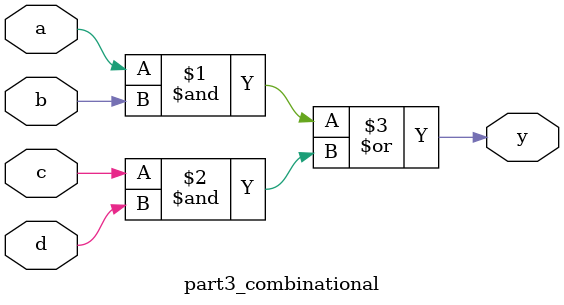
<source format=v>
module part3_combinational(
    input a,
    input b,
    input c,
    input d,
    output y
);

// Предполагаемая логика на основе временной диаграммы
assign y = (a & b) | (c & d);

endmodule

</source>
